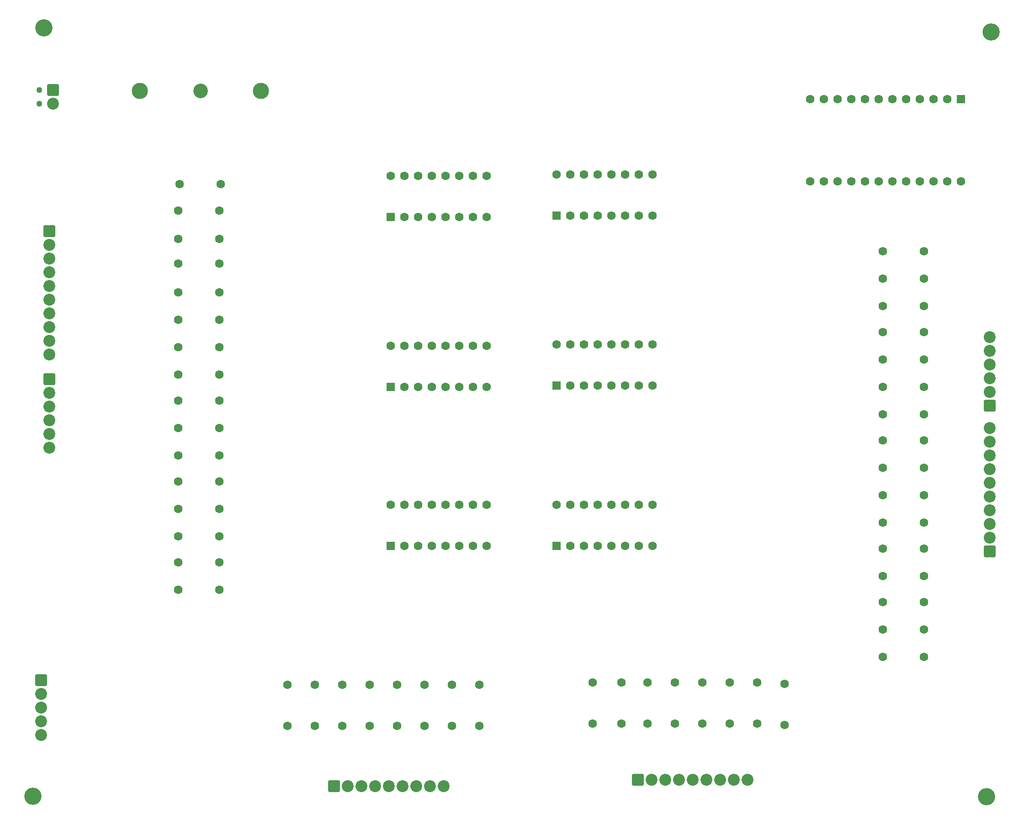
<source format=gbr>
%TF.GenerationSoftware,KiCad,Pcbnew,9.0.3*%
%TF.CreationDate,2025-09-10T19:37:44+02:00*%
%TF.ProjectId,expressionAndButtonsPCB,65787072-6573-4736-996f-6e416e644275,1.0.0*%
%TF.SameCoordinates,Original*%
%TF.FileFunction,Soldermask,Bot*%
%TF.FilePolarity,Negative*%
%FSLAX46Y46*%
G04 Gerber Fmt 4.6, Leading zero omitted, Abs format (unit mm)*
G04 Created by KiCad (PCBNEW 9.0.3) date 2025-09-10 19:37:44*
%MOMM*%
%LPD*%
G01*
G04 APERTURE LIST*
G04 Aperture macros list*
%AMRoundRect*
0 Rectangle with rounded corners*
0 $1 Rounding radius*
0 $2 $3 $4 $5 $6 $7 $8 $9 X,Y pos of 4 corners*
0 Add a 4 corners polygon primitive as box body*
4,1,4,$2,$3,$4,$5,$6,$7,$8,$9,$2,$3,0*
0 Add four circle primitives for the rounded corners*
1,1,$1+$1,$2,$3*
1,1,$1+$1,$4,$5*
1,1,$1+$1,$6,$7*
1,1,$1+$1,$8,$9*
0 Add four rect primitives between the rounded corners*
20,1,$1+$1,$2,$3,$4,$5,0*
20,1,$1+$1,$4,$5,$6,$7,0*
20,1,$1+$1,$6,$7,$8,$9,0*
20,1,$1+$1,$8,$9,$2,$3,0*%
G04 Aperture macros list end*
%ADD10C,2.700000*%
%ADD11C,3.000000*%
%ADD12C,1.600000*%
%ADD13RoundRect,0.250000X0.550000X-0.550000X0.550000X0.550000X-0.550000X0.550000X-0.550000X-0.550000X0*%
%ADD14RoundRect,0.249999X0.850001X-0.850001X0.850001X0.850001X-0.850001X0.850001X-0.850001X-0.850001X0*%
%ADD15C,2.200000*%
%ADD16C,3.200000*%
%ADD17RoundRect,0.249999X-0.850001X-0.850001X0.850001X-0.850001X0.850001X0.850001X-0.850001X0.850001X0*%
%ADD18R,1.600000X1.600000*%
%ADD19C,1.100000*%
%ADD20RoundRect,0.249999X-0.850001X0.850001X-0.850001X-0.850001X0.850001X-0.850001X0.850001X0.850001X0*%
G04 APERTURE END LIST*
D10*
%TO.C,F1*%
X67892000Y-41148000D03*
D11*
X56642000Y-41148000D03*
X79142000Y-41148000D03*
%TD*%
D12*
%TO.C,R10*%
X63754000Y-103632000D03*
X71374000Y-103632000D03*
%TD*%
%TO.C,R24*%
X194310000Y-110998000D03*
X201930000Y-110998000D03*
%TD*%
D13*
%TO.C,Cresc2*%
X133858000Y-95758000D03*
D12*
X136398000Y-95758000D03*
X138938000Y-95758000D03*
X141478000Y-95758000D03*
X144018000Y-95758000D03*
X146558000Y-95758000D03*
X149098000Y-95758000D03*
X151638000Y-95758000D03*
X151638000Y-88138000D03*
X149098000Y-88138000D03*
X146558000Y-88138000D03*
X144018000Y-88138000D03*
X141478000Y-88138000D03*
X138938000Y-88138000D03*
X136398000Y-88138000D03*
X133858000Y-88138000D03*
%TD*%
D14*
%TO.C,J7*%
X214175000Y-99525000D03*
D15*
X214175000Y-96985000D03*
X214175000Y-94445000D03*
X214175000Y-91905000D03*
X214175000Y-89365000D03*
X214175000Y-86825000D03*
%TD*%
D16*
%TO.C,REF\u002A\u002A*%
X36875000Y-171900000D03*
%TD*%
D14*
%TO.C,J3*%
X214175000Y-126510000D03*
D15*
X214175000Y-123970000D03*
X214175000Y-121430000D03*
X214175000Y-118890000D03*
X214175000Y-116350000D03*
X214175000Y-113810000D03*
X214175000Y-111270000D03*
X214175000Y-108730000D03*
X214175000Y-106190000D03*
X214175000Y-103650000D03*
%TD*%
D12*
%TO.C,R15*%
X63754000Y-128524000D03*
X71374000Y-128524000D03*
%TD*%
%TO.C,R44*%
X155820000Y-150865000D03*
X155820000Y-158485000D03*
%TD*%
%TO.C,R34*%
X89055000Y-151265000D03*
X89055000Y-158885000D03*
%TD*%
D17*
%TO.C,J5*%
X148962000Y-168899000D03*
D15*
X151502000Y-168899000D03*
X154042000Y-168899000D03*
X156582000Y-168899000D03*
X159122000Y-168899000D03*
X161662000Y-168899000D03*
X164202000Y-168899000D03*
X166742000Y-168899000D03*
X169282000Y-168899000D03*
%TD*%
D16*
%TO.C,REF\u002A\u002A*%
X214376000Y-30226000D03*
%TD*%
D12*
%TO.C,R1*%
X64008000Y-58420000D03*
X71628000Y-58420000D03*
%TD*%
D17*
%TO.C,J4*%
X92611000Y-170061000D03*
D15*
X95151000Y-170061000D03*
X97691000Y-170061000D03*
X100231000Y-170061000D03*
X102771000Y-170061000D03*
X105311000Y-170061000D03*
X107851000Y-170061000D03*
X110391000Y-170061000D03*
X112931000Y-170061000D03*
%TD*%
D12*
%TO.C,R3*%
X63754000Y-68594000D03*
X71374000Y-68594000D03*
%TD*%
D13*
%TO.C,Cresc1*%
X103124000Y-96007000D03*
D12*
X105664000Y-96007000D03*
X108204000Y-96007000D03*
X110744000Y-96007000D03*
X113284000Y-96007000D03*
X115824000Y-96007000D03*
X118364000Y-96007000D03*
X120904000Y-96007000D03*
X120904000Y-88387000D03*
X118364000Y-88387000D03*
X115824000Y-88387000D03*
X113284000Y-88387000D03*
X110744000Y-88387000D03*
X108204000Y-88387000D03*
X105664000Y-88387000D03*
X103124000Y-88387000D03*
%TD*%
%TO.C,R40*%
X119535000Y-151265000D03*
X119535000Y-158885000D03*
%TD*%
%TO.C,R19*%
X194310000Y-135890000D03*
X201930000Y-135890000D03*
%TD*%
%TO.C,R48*%
X176140000Y-151119000D03*
X176140000Y-158739000D03*
%TD*%
D18*
%TO.C,U2*%
X208788000Y-42672000D03*
D12*
X206248000Y-42672000D03*
X203708000Y-42672000D03*
X201168000Y-42672000D03*
X198628000Y-42672000D03*
X196088000Y-42672000D03*
X193548000Y-42672000D03*
X191008000Y-42672000D03*
X188468000Y-42672000D03*
X185928000Y-42672000D03*
X183388000Y-42672000D03*
X180848000Y-42672000D03*
X180848000Y-57912000D03*
X183388000Y-57912000D03*
X185928000Y-57912000D03*
X188468000Y-57912000D03*
X191008000Y-57912000D03*
X193548000Y-57912000D03*
X196088000Y-57912000D03*
X198628000Y-57912000D03*
X201168000Y-57912000D03*
X203708000Y-57912000D03*
X206248000Y-57912000D03*
X208788000Y-57912000D03*
%TD*%
%TO.C,R25*%
X194310000Y-105918000D03*
X201930000Y-105918000D03*
%TD*%
%TO.C,R21*%
X194310000Y-125984000D03*
X201930000Y-125984000D03*
%TD*%
%TO.C,R35*%
X94135000Y-151265000D03*
X94135000Y-158885000D03*
%TD*%
%TO.C,R39*%
X114455000Y-151265000D03*
X114455000Y-158885000D03*
%TD*%
%TO.C,R23*%
X194310000Y-116078000D03*
X201930000Y-116078000D03*
%TD*%
%TO.C,R32*%
X194310000Y-70866000D03*
X201930000Y-70866000D03*
%TD*%
%TO.C,R37*%
X104295000Y-151265000D03*
X104295000Y-158885000D03*
%TD*%
D13*
%TO.C,IN1*%
X103124000Y-64516000D03*
D12*
X105664000Y-64516000D03*
X108204000Y-64516000D03*
X110744000Y-64516000D03*
X113284000Y-64516000D03*
X115824000Y-64516000D03*
X118364000Y-64516000D03*
X120904000Y-64516000D03*
X120904000Y-56896000D03*
X118364000Y-56896000D03*
X115824000Y-56896000D03*
X113284000Y-56896000D03*
X110744000Y-56896000D03*
X108204000Y-56896000D03*
X105664000Y-56896000D03*
X103124000Y-56896000D03*
%TD*%
%TO.C,R31*%
X194310000Y-75946000D03*
X201930000Y-75946000D03*
%TD*%
%TO.C,R46*%
X165980000Y-150865000D03*
X165980000Y-158485000D03*
%TD*%
D19*
%TO.C,J1*%
X38017500Y-40980000D03*
X38017500Y-43520000D03*
D20*
X40557500Y-40980000D03*
D15*
X40557500Y-43520000D03*
%TD*%
D12*
%TO.C,R11*%
X63754000Y-108712000D03*
X71374000Y-108712000D03*
%TD*%
D13*
%TO.C,IN2*%
X133858000Y-64262000D03*
D12*
X136398000Y-64262000D03*
X138938000Y-64262000D03*
X141478000Y-64262000D03*
X144018000Y-64262000D03*
X146558000Y-64262000D03*
X149098000Y-64262000D03*
X151638000Y-64262000D03*
X151638000Y-56642000D03*
X149098000Y-56642000D03*
X146558000Y-56642000D03*
X144018000Y-56642000D03*
X141478000Y-56642000D03*
X138938000Y-56642000D03*
X136398000Y-56642000D03*
X133858000Y-56642000D03*
%TD*%
%TO.C,R5*%
X63754000Y-78486000D03*
X71374000Y-78486000D03*
%TD*%
%TO.C,R42*%
X145914000Y-150865000D03*
X145914000Y-158485000D03*
%TD*%
%TO.C,R47*%
X171060000Y-150865000D03*
X171060000Y-158485000D03*
%TD*%
%TO.C,R33*%
X83975000Y-151265000D03*
X83975000Y-158885000D03*
%TD*%
%TO.C,R18*%
X194310000Y-140970000D03*
X201930000Y-140970000D03*
%TD*%
%TO.C,R16*%
X63754000Y-133604000D03*
X71374000Y-133604000D03*
%TD*%
%TO.C,R6*%
X63754000Y-83566000D03*
X71374000Y-83566000D03*
%TD*%
%TO.C,R7*%
X63754000Y-88646000D03*
X71374000Y-88646000D03*
%TD*%
D16*
%TO.C,REF\u002A\u002A*%
X213575000Y-172000000D03*
%TD*%
D12*
%TO.C,R26*%
X194310000Y-101092000D03*
X201930000Y-101092000D03*
%TD*%
%TO.C,R30*%
X194310000Y-81026000D03*
X201930000Y-81026000D03*
%TD*%
%TO.C,R12*%
X63754000Y-113538000D03*
X71374000Y-113538000D03*
%TD*%
%TO.C,R41*%
X140580000Y-150865000D03*
X140580000Y-158485000D03*
%TD*%
%TO.C,R9*%
X63754000Y-98552000D03*
X71374000Y-98552000D03*
%TD*%
%TO.C,R13*%
X63754000Y-118618000D03*
X71374000Y-118618000D03*
%TD*%
D13*
%TO.C,E1*%
X103124000Y-125476000D03*
D12*
X105664000Y-125476000D03*
X108204000Y-125476000D03*
X110744000Y-125476000D03*
X113284000Y-125476000D03*
X115824000Y-125476000D03*
X118364000Y-125476000D03*
X120904000Y-125476000D03*
X120904000Y-117856000D03*
X118364000Y-117856000D03*
X115824000Y-117856000D03*
X113284000Y-117856000D03*
X110744000Y-117856000D03*
X108204000Y-117856000D03*
X105664000Y-117856000D03*
X103124000Y-117856000D03*
%TD*%
%TO.C,R22*%
X194310000Y-121158000D03*
X201930000Y-121158000D03*
%TD*%
%TO.C,R17*%
X194310000Y-146050000D03*
X201930000Y-146050000D03*
%TD*%
%TO.C,R14*%
X63754000Y-123698000D03*
X71374000Y-123698000D03*
%TD*%
%TO.C,R36*%
X99215000Y-151265000D03*
X99215000Y-158885000D03*
%TD*%
%TO.C,R38*%
X109375000Y-151265000D03*
X109375000Y-158885000D03*
%TD*%
D16*
%TO.C,REF\u002A\u002A*%
X38900000Y-29525000D03*
%TD*%
D12*
%TO.C,R29*%
X194310000Y-85852000D03*
X201930000Y-85852000D03*
%TD*%
%TO.C,R8*%
X63754000Y-93726000D03*
X71374000Y-93726000D03*
%TD*%
%TO.C,R27*%
X194310000Y-96012000D03*
X201930000Y-96012000D03*
%TD*%
%TO.C,R28*%
X194310000Y-90932000D03*
X201930000Y-90932000D03*
%TD*%
D20*
%TO.C,J6*%
X38354000Y-150368000D03*
D15*
X38354000Y-152908000D03*
X38354000Y-155448000D03*
X38354000Y-157988000D03*
X38354000Y-160528000D03*
%TD*%
D13*
%TO.C,E2*%
X133858000Y-125476000D03*
D12*
X136398000Y-125476000D03*
X138938000Y-125476000D03*
X141478000Y-125476000D03*
X144018000Y-125476000D03*
X146558000Y-125476000D03*
X149098000Y-125476000D03*
X151638000Y-125476000D03*
X151638000Y-117856000D03*
X149098000Y-117856000D03*
X146558000Y-117856000D03*
X144018000Y-117856000D03*
X141478000Y-117856000D03*
X138938000Y-117856000D03*
X136398000Y-117856000D03*
X133858000Y-117856000D03*
%TD*%
%TO.C,R45*%
X160900000Y-150865000D03*
X160900000Y-158485000D03*
%TD*%
D20*
%TO.C,J2*%
X39875000Y-94600000D03*
D15*
X39875000Y-97140000D03*
X39875000Y-99680000D03*
X39875000Y-102220000D03*
X39875000Y-104760000D03*
X39875000Y-107300000D03*
%TD*%
D12*
%TO.C,R2*%
X63754000Y-63344000D03*
X71374000Y-63344000D03*
%TD*%
%TO.C,R43*%
X150740000Y-150865000D03*
X150740000Y-158485000D03*
%TD*%
%TO.C,R20*%
X194310000Y-131064000D03*
X201930000Y-131064000D03*
%TD*%
D20*
%TO.C,J9*%
X39900000Y-67145000D03*
D15*
X39900000Y-69685000D03*
X39900000Y-72225000D03*
X39900000Y-74765000D03*
X39900000Y-77305000D03*
X39900000Y-79845000D03*
X39900000Y-82385000D03*
X39900000Y-84925000D03*
X39900000Y-87465000D03*
X39900000Y-90005000D03*
%TD*%
D12*
%TO.C,R4*%
X63754000Y-73194000D03*
X71374000Y-73194000D03*
%TD*%
M02*

</source>
